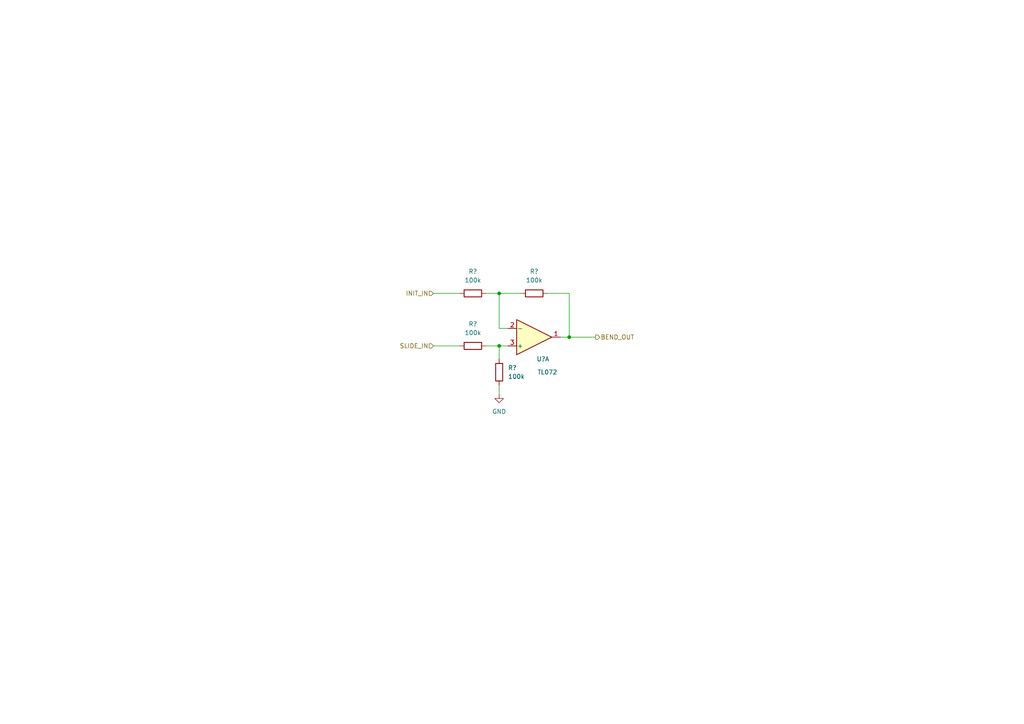
<source format=kicad_sch>
(kicad_sch (version 20211123) (generator eeschema)
  (paper "A4")
  (lib_symbols
    (symbol "Amplifier_Operational:TL072" (pin_names (offset 0.127))
      (property "Reference" "U" (at 0 5.08 0))
      (property "Value" "TL072" (at 0 -5.08 0))
      (symbol "TL072_1_1"
        (polyline (pts (xy -5.08 5.08) (xy 5.08 0) (xy -5.08 -5.08) (xy -5.08 5.08)) (stroke (width 0.254)) (fill (type background)))
        (pin output line (at 7.62 0 180) (length 2.54) (name "~") (number "1"))
        (pin input line (at -7.62 -2.54 0) (length 2.54) (name "-") (number "2"))
        (pin input line (at -7.62 2.54 0) (length 2.54) (name "+") (number "3"))
      )
      (symbol "TL072_2_1"
        (polyline (pts (xy -5.08 5.08) (xy 5.08 0) (xy -5.08 -5.08) (xy -5.08 5.08)) (stroke (width 0.254)) (fill (type background)))
        (pin input line (at -7.62 2.54 0) (length 2.54) (name "+") (number "5"))
        (pin input line (at -7.62 -2.54 0) (length 2.54) (name "-") (number "6"))
        (pin output line (at 7.62 0 180) (length 2.54) (name "~") (number "7"))
      )
      (symbol "TL072_3_1"
        (pin power_in line (at -2.54 -7.62 90) (length 3.81) (name "V-") (number "4"))
        (pin power_in line (at -2.54 7.62 270) (length 3.81) (name "V+") (number "8"))
      )
    )
    (symbol "Device:R" (pin_numbers hide) (pin_names (offset 0))
      (property "Reference" "R" (at 2.032 0 90))
      (property "Value" "R" (at 0 0 90))
      (symbol "R_0_1"
        (rectangle (start -1.016 -2.54) (end 1.016 2.54) (stroke (width 0.254)))
      )
      (symbol "R_1_1"
        (pin passive line (at 0 3.81 270) (length 1.27) (name "~") (number "1"))
        (pin passive line (at 0 -3.81 90) (length 1.27) (name "~") (number "2"))
      )
    )
    (symbol "power:GND" (power) (pin_names (offset 0))
      (property "Value" "GND" (at 0 -3.81 0))
      (symbol "GND_0_1"
        (polyline (pts (xy 0 0) (xy 0 -1.27) (xy 1.27 -1.27) (xy 0 -2.54) (xy -1.27 -1.27) (xy 0 -1.27)))
      )
      (symbol "GND_1_1"
        (pin power_in line (at 0 0 270) (length 0) hide (name "GND") (number "1"))
      )
    )
  )
  (junction (at 144.78 100.33))
  (junction (at 165.1 97.79))
  (junction (at 144.78 85.09))
  (wire (pts (xy 140.97 100.33) (xy 144.78 100.33)))
  (wire (pts (xy 144.78 100.33) (xy 147.32 100.33)))
  (wire (pts (xy 140.97 85.09) (xy 144.78 85.09)))
  (wire (pts (xy 144.78 85.09) (xy 151.13 85.09)))
  (wire (pts (xy 147.32 95.25) (xy 144.78 95.25)))
  (wire (pts (xy 165.1 97.79) (xy 165.1 85.09)))
  (wire (pts (xy 144.78 95.25) (xy 144.78 85.09)))
  (wire (pts (xy 165.1 97.79) (xy 172.72 97.79)))
  (wire (pts (xy 162.56 97.79) (xy 165.1 97.79)))
  (wire (pts (xy 165.1 85.09) (xy 158.75 85.09)))
  (wire (pts (xy 125.73 100.33) (xy 133.35 100.33)))
  (wire (pts (xy 144.78 111.76) (xy 144.78 114.3)))
  (wire (pts (xy 125.73 85.09) (xy 133.35 85.09)))
  (wire (pts (xy 144.78 104.14) (xy 144.78 100.33)))
  (hierarchical_label "INIT_IN" (shape input) (at 125.73 85.09 180))
  (hierarchical_label "BEND_OUT" (shape output) (at 172.72 97.79 0))
  (hierarchical_label "SLIDE_IN" (shape input) (at 125.73 100.33 180))
  (symbol (lib_id "Device:R") (at 137.16 85.09 90) (unit 1)
    (property "Reference" "R?" (at 137.16 78.74 90))
    (property "Value" "100k" (at 137.16 81.28 90))
  )
  (symbol (lib_id "Device:R") (at 137.16 100.33 90) (unit 1)
    (property "Reference" "R?" (at 137.16 93.98 90))
    (property "Value" "100k" (at 137.16 96.52 90))
  )
  (symbol (lib_id "Amplifier_Operational:TL072") (at 154.94 97.79 0) (mirror x) (unit 1)
    (property "Reference" "U?" (at 157.48 104.14 0))
    (property "Value" "TL072" (at 158.75 107.95 0))
    (property "Datasheet" "http://www.ti.com/lit/ds/symlink/tl071.pdf" (effects hide))
  )
  (symbol (lib_id "power:GND") (at 144.78 114.3 0) (unit 1)
    (property "Reference" "#PWR?" (effects hide))
    (property "Value" "GND" (at 144.78 119.38 0))
  )
  (symbol (lib_id "Device:R") (at 144.78 107.95 180) (unit 1)
    (property "Reference" "R?" (at 147.32 106.6799 0) (effects (justify right)))
    (property "Value" "100k" (at 147.32 109.2199 0) (effects (justify right)))
  )
  (symbol (lib_id "Device:R") (at 154.94 85.09 90) (unit 1)
    (property "Reference" "R?" (at 154.94 78.74 90))
    (property "Value" "100k" (at 154.94 81.28 90))
  )
)
</source>
